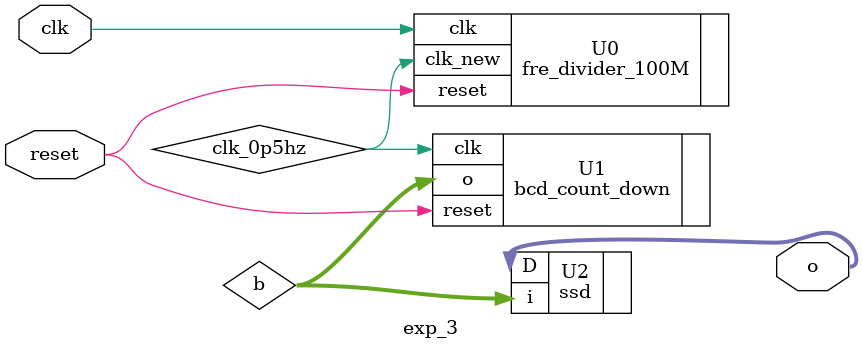
<source format=v>
`timescale 1ns / 1ps


module exp_3(
    input clk,
    input reset,
    output [7:0] o
    );
    
wire clk_0p5hz;
wire [3:0] b;
    
fre_divider_100M U0(.clk(clk), .clk_new(clk_0p5hz), .reset(reset));
bcd_count_down U1(.clk(clk_0p5hz), .reset(reset), .o(b));
ssd U2(.i(b), .D(o));

endmodule

</source>
